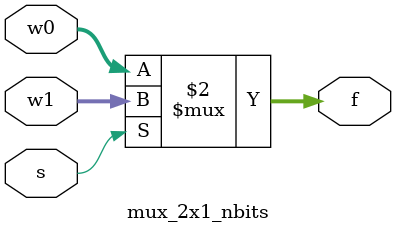
<source format=v>
`timescale 1ns / 1ps


module mux_2x1_nbits
    #(parameter n = 3)
    (
    input [n - 1:0] w0, w1,
    input s,
    output reg [n - 1:0] f
    );
    
//  assign f = s?w1:w0;           // dataflow modelling
    
    always @(s, w0, w1)
    begin
        f = s?w1:w0;              // procedural assignment
    end
endmodule

</source>
